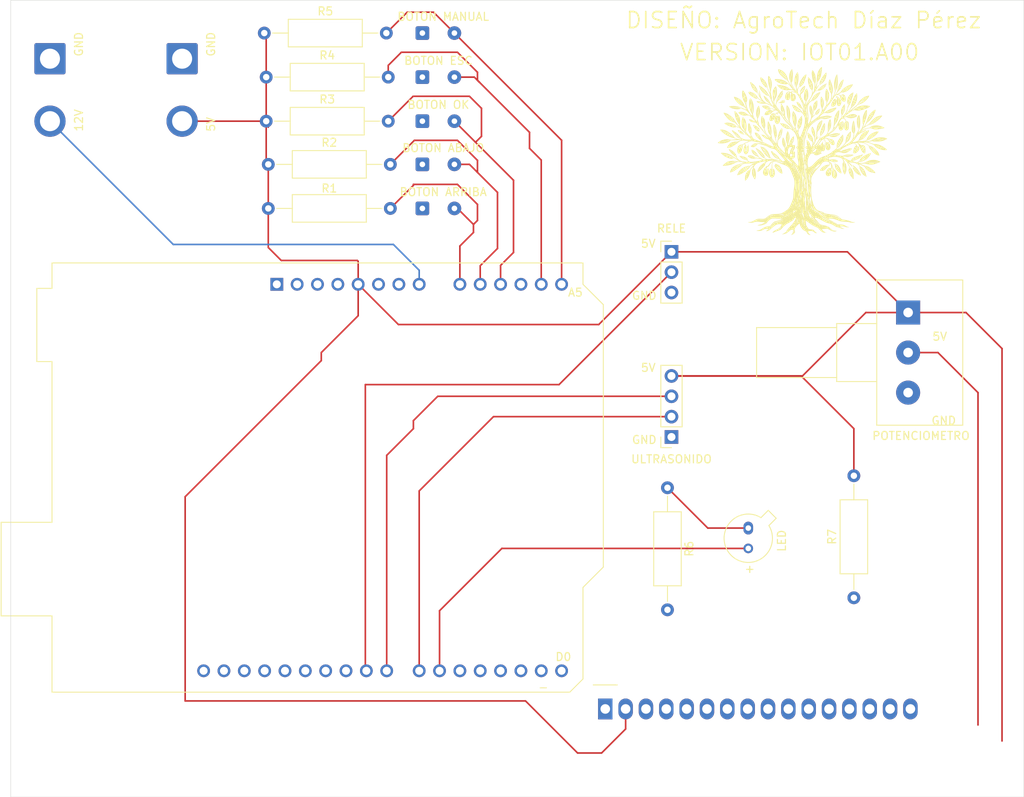
<source format=kicad_pcb>
(kicad_pcb (version 20240108) (generator "pcbnew") (generator_version "8.0")
  (layers (0 "F.Cu" signal) (31 "B.Cu" signal) (34 "B.Paste" user) (35 "F.Paste" user) (36 "B.SilkS" user "B.Silkscreen") (37 "F.SilkS" user "F.Silkscreen") (38 "B.Mask" user) (39 "F.Mask" user) (44 "Edge.Cuts" user))
  (net 0 "")
  (net 1 "GND")
  (net 3 "D6")
  (net 8 "D2")
  (net 10 "D7")
  (net 12 "+5V")
  (net 14 "D5")
  (net 15 "+12V")
  (net 18 "A0")
  (net 19 "D4")
  (net 21 "A2")
  (net 22 "A5")
  (net 23 "D8")
  (net 25 "A1")
  (net 26 "A4")
  (net 31 "D3")
  (net 32 "D9")
  (net 33 "Net-(D1-K)")
  (net 35 "Net-(DS1-LED(+))")
  (net 37 "D12")
  (net 39 "RPOT")
  (net 41 "D11")
  (footprint "Prueba_Fumigador1:Logo_Arbol" (layer "F.Cu") (at 122.725 43.5)
    (property "Reference" "G***" (at 0 0 360) (layer "F.SilkS") (effects (font (size 1.5 1.5) (thickness 0.3))))
    (property "Value" "LOGO" (hide yes))
  )
  (footprint "Resistor_THT:R_Axial_DIN0309_L9.0mm_D3.2mm_P15.24mm_Horizontal" (layer "F.Cu") (at 55.88 45)
    (property "Reference" "R2" (at 7.62 -2.72 360) (layer "F.SilkS"))
    (property "Value" "5k")
    (pad "1" thru_hole circle (at 0 0) (size 1.6 1.6) (drill 0.8) (layers "*.Cu" "*.Mask") (net 12 "+5V"))
    (pad "2" thru_hole oval (at 15.24 0) (size 1.6 1.6) (drill 0.8) (layers "*.Cu" "*.Mask") (net 25 "A1"))
  )
  (footprint "Resistor_THT:R_Axial_DIN0309_L9.0mm_D3.2mm_P15.24mm_Horizontal" (layer "F.Cu") (at 129 99.12 90)
    (property "Reference" "R7" (at 7.62 -2.72 90) (layer "F.SilkS"))
    (property "Value" "200")
    (pad "1" thru_hole circle (at 0 0 90) (size 1.6 1.6) (drill 0.8) (layers "*.Cu" "*.Mask") (net 35 "Net-(DS1-LED(+))"))
    (pad "2" thru_hole oval (at 15.24 0 90) (size 1.6 1.6) (drill 0.8) (layers "*.Cu" "*.Mask") (net 12 "+5V"))
  )
  (footprint "Connector_Wire:SolderWire-2sqmm_1x02_P7.8mm_D2mm_OD3.9mm" (layer "F.Cu") (at 28.62 31.805 -90)
    (property "Reference" "12V" (at 7.695 -3.605 90) (layer "F.SilkS"))
    (property "Value" "Conn_01x02")
    (pad "1" thru_hole roundrect (at 0 0 270) (size 3.9 3.9) (drill 2.5) (layers "*.Cu" "*.Mask") (roundrect_rratio 0.064103) (net 1 "GND"))
    (pad "2" thru_hole circle (at 7.8 0 270) (size 3.9 3.9) (drill 2.5) (layers "*.Cu" "*.Mask") (net 15 "+12V"))
  )
  (footprint "Potentiometer_THT:Potentiometer_Alps_RK163_Single_Horizontal" (layer "F.Cu") (at 135.775 63.5)
    (property "Reference" "POTENCIOMETRO" (at 1.605 15.395 360) (layer "F.SilkS"))
    (property "Value" "R_Potentiometer")
    (pad "1" thru_hole rect (at 0 0 180) (size 3 3) (drill 1.2) (layers "*.Cu" "*.Mask") (net 12 "+5V"))
    (pad "2" thru_hole circle (at 0 5 180) (size 3 3) (drill 1.2) (layers "*.Cu" "*.Mask") (net 39 "RPOT"))
    (pad "3" thru_hole circle (at 0 10 180) (size 3 3) (drill 1.2) (layers "*.Cu" "*.Mask") (net 1 "GND"))
  )
  (footprint "Connector_Wire:SolderWire-0.15sqmm_1x02_P4mm_D0.5mm_OD1.5mm" (layer "F.Cu") (at 75.12 39.605)
    (property "Reference" "BOTON OK" (at 2 -2.05 360) (layer "F.SilkS"))
    (property "Value" "SW3")
    (pad "1" thru_hole roundrect (at 0 0) (size 1.7 1.7) (drill 0.7) (layers "*.Cu" "*.Mask") (roundrect_rratio 0.147059) (net 1 "GND"))
    (pad "2" thru_hole circle (at 4 0) (size 1.7 1.7) (drill 0.7) (layers "*.Cu" "*.Mask") (net 21 "A2"))
  )
  (footprint "Module:Arduino_UNO_R3" (layer "F.Cu") (at 56.945 59.975)
    (property "Reference" "A5" (at 37.28 1.025 360) (layer "F.SilkS"))
    (property "Value" "Arduino_UNO_R3")
    (pad "1" thru_hole rect (at 0 0 90) (size 1.6 1.6) (drill 1) (layers "*.Cu" "*.Mask"))
    (pad "2" thru_hole oval (at 2.54 0 90) (size 1.6 1.6) (drill 1) (layers "*.Cu" "*.Mask"))
    (pad "3" thru_hole oval (at 5.08 0 90) (size 1.6 1.6) (drill 1) (layers "*.Cu" "*.Mask"))
    (pad "4" thru_hole oval (at 7.62 0 90) (size 1.6 1.6) (drill 1) (layers "*.Cu" "*.Mask"))
    (pad "5" thru_hole oval (at 10.16 0 90) (size 1.6 1.6) (drill 1) (layers "*.Cu" "*.Mask") (net 12 "+5V"))
    (pad "6" thru_hole oval (at 12.7 0 90) (size 1.6 1.6) (drill 1) (layers "*.Cu" "*.Mask"))
    (pad "7" thru_hole oval (at 15.24 0 90) (size 1.6 1.6) (drill 1) (layers "*.Cu" "*.Mask") (net 1 "GND"))
    (pad "8" thru_hole oval (at 17.78 0 90) (size 1.6 1.6) (drill 1) (layers "*.Cu" "*.Mask") (net 15 "+12V"))
    (pad "9" thru_hole oval (at 22.86 0 90) (size 1.6 1.6) (drill 1) (layers "*.Cu" "*.Mask") (net 18 "A0"))
    (pad "10" thru_hole oval (at 25.4 0 90) (size 1.6 1.6) (drill 1) (layers "*.Cu" "*.Mask") (net 25 "A1"))
    (pad "11" thru_hole oval (at 27.94 0 90) (size 1.6 1.6) (drill 1) (layers "*.Cu" "*.Mask") (net 21 "A2"))
    (pad "12" thru_hole oval (at 30.48 0 90) (size 1.6 1.6) (drill 1) (layers "*.Cu" "*.Mask"))
    (pad "13" thru_hole oval (at 33.02 0 90) (size 1.6 1.6) (drill 1) (layers "*.Cu" "*.Mask") (net 26 "A4"))
    (pad "14" thru_hole oval (at 35.56 0 90) (size 1.6 1.6) (drill 1) (layers "*.Cu" "*.Mask") (net 22 "A5"))
    (pad "15" thru_hole oval (at 35.56 48.26 90) (size 1.6 1.6) (drill 1) (layers "*.Cu" "*.Mask"))
    (pad "16" thru_hole oval (at 33.02 48.26 90) (size 1.6 1.6) (drill 1) (layers "*.Cu" "*.Mask"))
    (pad "17" thru_hole oval (at 30.48 48.26 90) (size 1.6 1.6) (drill 1) (layers "*.Cu" "*.Mask") (net 8 "D2"))
    (pad "18" thru_hole oval (at 27.94 48.26 90) (size 1.6 1.6) (drill 1) (layers "*.Cu" "*.Mask") (net 31 "D3"))
    (pad "19" thru_hole oval (at 25.4 48.26 90) (size 1.6 1.6) (drill 1) (layers "*.Cu" "*.Mask") (net 19 "D4"))
    (pad "20" thru_hole oval (at 22.86 48.26 90) (size 1.6 1.6) (drill 1) (layers "*.Cu" "*.Mask") (net 14 "D5"))
    (pad "21" thru_hole oval (at 20.32 48.26 90) (size 1.6 1.6) (drill 1) (layers "*.Cu" "*.Mask") (net 3 "D6"))
    (pad "22" thru_hole oval (at 17.78 48.26 90) (size 1.6 1.6) (drill 1) (layers "*.Cu" "*.Mask") (net 10 "D7"))
    (pad "23" thru_hole oval (at 13.72 48.26 90) (size 1.6 1.6) (drill 1) (layers "*.Cu" "*.Mask") (net 23 "D8"))
    (pad "24" thru_hole oval (at 11.18 48.26 90) (size 1.6 1.6) (drill 1) (layers "*.Cu" "*.Mask") (net 32 "D9"))
    (pad "25" thru_hole oval (at 8.64 48.26 90) (size 1.6 1.6) (drill 1) (layers "*.Cu" "*.Mask"))
    (pad "26" thru_hole oval (at 6.1 48.26 90) (size 1.6 1.6) (drill 1) (layers "*.Cu" "*.Mask"))
    (pad "27" thru_hole oval (at 3.56 48.26 90) (size 1.6 1.6) (drill 1) (layers "*.Cu" "*.Mask"))
    (pad "28" thru_hole oval (at 1.02 48.26 90) (size 1.6 1.6) (drill 1) (layers "*.Cu" "*.Mask"))
    (pad "29" thru_hole oval (at -1.52 48.26 90) (size 1.6 1.6) (drill 1) (layers "*.Cu" "*.Mask"))
    (pad "30" thru_hole oval (at -4.06 48.26 90) (size 1.6 1.6) (drill 1) (layers "*.Cu" "*.Mask"))
    (pad "31" thru_hole oval (at -6.6 48.26 90) (size 1.6 1.6) (drill 1) (layers "*.Cu" "*.Mask"))
    (pad "32" thru_hole oval (at -9.14 48.26 90) (size 1.6 1.6) (drill 1) (layers "*.Cu" "*.Mask"))
  )
  (footprint "Resistor_THT:R_Axial_DIN0309_L9.0mm_D3.2mm_P15.24mm_Horizontal" (layer "F.Cu") (at 55.62 39.605)
    (property "Reference" "R3" (at 7.62 -2.72 360) (layer "F.SilkS"))
    (property "Value" "5k")
    (pad "1" thru_hole circle (at 0 0) (size 1.6 1.6) (drill 0.8) (layers "*.Cu" "*.Mask") (net 12 "+5V"))
    (pad "2" thru_hole oval (at 15.24 0) (size 1.6 1.6) (drill 0.8) (layers "*.Cu" "*.Mask") (net 21 "A2"))
  )
  (footprint "Resistor_THT:R_Axial_DIN0309_L9.0mm_D3.2mm_P15.24mm_Horizontal" (layer "F.Cu") (at 55.88 50.5)
    (property "Reference" "R1" (at 7.62 -2.5 360) (layer "F.SilkS"))
    (property "Value" "5k")
    (pad "1" thru_hole circle (at 0 0) (size 1.6 1.6) (drill 0.8) (layers "*.Cu" "*.Mask") (net 12 "+5V"))
    (pad "2" thru_hole oval (at 15.24 0) (size 1.6 1.6) (drill 0.8) (layers "*.Cu" "*.Mask") (net 18 "A0"))
  )
  (footprint "Connector_PinHeader_2.54mm:PinHeader_1x03_P2.54mm_Vertical" (layer "F.Cu") (at 106.225 55.92)
    (property "Reference" "RELE" (at 0 -2.92 360) (layer "F.SilkS"))
    (property "Value" "Conn_01x03_Pin")
    (pad "1" thru_hole rect (at 0 0) (size 1.7 1.7) (drill 1) (layers "*.Cu" "*.Mask") (net 12 "+5V"))
    (pad "2" thru_hole oval (at 0 2.54) (size 1.7 1.7) (drill 1) (layers "*.Cu" "*.Mask") (net 32 "D9"))
    (pad "3" thru_hole oval (at 0 5.08) (size 1.7 1.7) (drill 1) (layers "*.Cu" "*.Mask") (net 1 "GND"))
  )
  (footprint "Connector_Wire:SolderWire-0.15sqmm_1x02_P4mm_D0.5mm_OD1.5mm" (layer "F.Cu") (at 75.12 28.605)
    (property "Reference" "BOTON MANUAL" (at 2.605 -2.05 360) (layer "F.SilkS"))
    (property "Value" "SW5")
    (pad "1" thru_hole roundrect (at 0 0) (size 1.7 1.7) (drill 0.7) (layers "*.Cu" "*.Mask") (roundrect_rratio 0.147059) (net 1 "GND"))
    (pad "2" thru_hole circle (at 4 0) (size 1.7 1.7) (drill 0.7) (layers "*.Cu" "*.Mask") (net 22 "A5"))
  )
  (footprint "Connector_Wire:SolderWire-0.15sqmm_1x02_P4mm_D0.5mm_OD1.5mm" (layer "F.Cu") (at 75.12 34.105)
    (property "Reference" "BOTON ESC" (at 2 -2.05 360) (layer "F.SilkS"))
    (property "Value" "SW4")
    (pad "1" thru_hole roundrect (at 0 0) (size 1.7 1.7) (drill 0.7) (layers "*.Cu" "*.Mask") (roundrect_rratio 0.147059) (net 1 "GND"))
    (pad "2" thru_hole circle (at 4 0) (size 1.7 1.7) (drill 0.7) (layers "*.Cu" "*.Mask") (net 26 "A4"))
  )
  (footprint "Connector_Wire:SolderWire-0.15sqmm_1x02_P4mm_D0.5mm_OD1.5mm" (layer "F.Cu") (at 75.12 45)
    (property "Reference" "BOTON ABAJO" (at 2.605 -2.05 360) (layer "F.SilkS"))
    (property "Value" "SW2")
    (pad "1" thru_hole roundrect (at 0 0) (size 1.7 1.7) (drill 0.7) (layers "*.Cu" "*.Mask") (roundrect_rratio 0.147059) (net 1 "GND"))
    (pad "2" thru_hole circle (at 4 0) (size 1.7 1.7) (drill 0.7) (layers "*.Cu" "*.Mask") (net 25 "A1"))
  )
  (footprint "Resistor_THT:R_Axial_DIN0309_L9.0mm_D3.2mm_P15.24mm_Horizontal" (layer "F.Cu") (at 55.38 28.605)
    (property "Reference" "R5" (at 7.62 -2.72 360) (layer "F.SilkS"))
    (property "Value" "5k")
    (pad "1" thru_hole circle (at 0 0) (size 1.6 1.6) (drill 0.8) (layers "*.Cu" "*.Mask") (net 12 "+5V"))
    (pad "2" thru_hole oval (at 15.24 0) (size 1.6 1.6) (drill 0.8) (layers "*.Cu" "*.Mask") (net 22 "A5"))
  )
  (footprint "Package_TO_SOT_THT:TO-18-2_Window" (layer "F.Cu") (at 115.815276 90.414724 -90)
    (property "Reference" "D1" (hide yes))
    (property "Value" "SFH460")
    (pad "1" thru_hole oval (at 0 0 270) (size 1.6 1.2) (drill 0.7) (layers "*.Cu" "*.Mask") (net 33 "Net-(D1-K)"))
    (pad "2" thru_hole oval (at 2.54 0 270) (size 1.2 1.2) (drill 0.7) (layers "*.Cu" "*.Mask") (net 3 "D6"))
  )
  (footprint "Connector_Wire:SolderWire-2sqmm_1x02_P7.8mm_D2mm_OD3.9mm" (layer "F.Cu") (at 45.12 31.805 -90)
    (property "Reference" "GND" (at -1.805 -3.605 90) (layer "F.SilkS"))
    (property "Value" "Conn_01x02")
    (pad "1" thru_hole roundrect (at 0 0 270) (size 3.9 3.9) (drill 2.5) (layers "*.Cu" "*.Mask") (roundrect_rratio 0.064103) (net 1 "GND"))
    (pad "2" thru_hole circle (at 7.8 0 270) (size 3.9 3.9) (drill 2.5) (layers "*.Cu" "*.Mask") (net 12 "+5V"))
  )
  (footprint "Resistor_THT:R_Axial_DIN0309_L9.0mm_D3.2mm_P15.24mm_Horizontal" (layer "F.Cu") (at 105.725 85.38 -90)
    (property "Reference" "R6" (at 7.62 -2.72 90) (layer "F.SilkS"))
    (property "Value" "200")
    (pad "1" thru_hole circle (at 0 0 270) (size 1.6 1.6) (drill 0.8) (layers "*.Cu" "*.Mask") (net 33 "Net-(D1-K)"))
    (pad "2" thru_hole oval (at 15.24 0 270) (size 1.6 1.6) (drill 0.8) (layers "*.Cu" "*.Mask") (net 1 "GND"))
  )
  (footprint "Connector_PinSocket_2.54mm:PinSocket_1x04_P2.54mm_Vertical" (layer "F.Cu") (at 106.225 79.04 180)
    (property "Reference" "ULTRASONIDO" (at 0 -2.77 360) (layer "F.SilkS"))
    (property "Value" "Conn_01x04_Socket")
    (pad "1" thru_hole rect (at 0 0 180) (size 1.7 1.7) (drill 1) (layers "*.Cu" "*.Mask") (net 1 "GND"))
    (pad "2" thru_hole oval (at 0 2.54 180) (size 1.7 1.7) (drill 1) (layers "*.Cu" "*.Mask") (net 10 "D7"))
    (pad "3" thru_hole oval (at 0 5.08 180) (size 1.7 1.7) (drill 1) (layers "*.Cu" "*.Mask") (net 23 "D8"))
    (pad "4" thru_hole oval (at 0 7.62 180) (size 1.7 1.7) (drill 1) (layers "*.Cu" "*.Mask") (net 12 "+5V"))
  )
  (footprint "Connector_Wire:SolderWire-0.15sqmm_1x02_P4mm_D0.5mm_OD1.5mm" (layer "F.Cu") (at 75.12 50.5)
    (property "Reference" "BOTON ARRIBA" (at 2.605 -2.05 360) (layer "F.SilkS"))
    (property "Value" "SW1")
    (pad "1" thru_hole roundrect (at 0 0) (size 1.7 1.7) (drill 0.7) (layers "*.Cu" "*.Mask") (roundrect_rratio 0.147059) (net 1 "GND"))
    (pad "2" thru_hole circle (at 4 0) (size 1.7 1.7) (drill 0.7) (layers "*.Cu" "*.Mask") (net 18 "A0"))
  )
  (footprint "Resistor_THT:R_Axial_DIN0309_L9.0mm_D3.2mm_P15.24mm_Horizontal" (layer "F.Cu") (at 55.62 34.105)
    (property "Reference" "R4" (at 7.62 -2.72 360) (layer "F.SilkS"))
    (property "Value" "5k")
    (pad "1" thru_hole circle (at 0 0) (size 1.6 1.6) (drill 0.8) (layers "*.Cu" "*.Mask") (net 12 "+5V"))
    (pad "2" thru_hole oval (at 15.24 0) (size 1.6 1.6) (drill 0.8) (layers "*.Cu" "*.Mask") (net 26 "A4"))
  )
  (footprint "Display:WC1602A" (layer "F.Cu") (at 97.96 113)
    (property "Reference" "DS1" (hide yes))
    (property "Value" "WC1602A" (hide yes))
    (pad "1" thru_hole rect (at 0 0) (size 1.8 2.6) (drill 1.2) (layers "*.Cu" "*.Mask") (net 1 "GND"))
    (pad "2" thru_hole oval (at 2.54 0) (size 1.8 2.6) (drill 1.2) (layers "*.Cu" "*.Mask") (net 12 "+5V"))
    (pad "3" thru_hole oval (at 5.08 0) (size 1.8 2.6) (drill 1.2) (layers "*.Cu" "*.Mask") (net 39 "RPOT"))
    (pad "4" thru_hole oval (at 7.62 0) (size 1.8 2.6) (drill 1.2) (layers "*.Cu" "*.Mask") (net 37 "D12"))
    (pad "5" thru_hole oval (at 10.16 0) (size 1.8 2.6) (drill 1.2) (layers "*.Cu" "*.Mask") (net 1 "GND"))
    (pad "6" thru_hole oval (at 12.7 0) (size 1.8 2.6) (drill 1.2) (layers "*.Cu" "*.Mask") (net 41 "D11"))
    (pad "7" thru_hole oval (at 15.24 0) (size 1.8 2.6) (drill 1.2) (layers "*.Cu" "*.Mask"))
    (pad "8" thru_hole oval (at 17.78 0) (size 1.8 2.6) (drill 1.2) (layers "*.Cu" "*.Mask"))
    (pad "9" thru_hole oval (at 20.32 0) (size 1.8 2.6) (drill 1.2) (layers "*.Cu" "*.Mask"))
    (pad "10" thru_hole oval (at 22.86 0) (size 1.8 2.6) (drill 1.2) (layers "*.Cu" "*.Mask"))
    (pad "11" thru_hole oval (at 25.4 0) (size 1.8 2.6) (drill 1.2) (layers "*.Cu" "*.Mask") (net 14 "D5"))
    (pad "12" thru_hole oval (at 27.94 0) (size 1.8 2.6) (drill 1.2) (layers "*.Cu" "*.Mask") (net 19 "D4"))
    (pad "13" thru_hole oval (at 30.48 0) (size 1.8 2.6) (drill 1.2) (layers "*.Cu" "*.Mask") (net 31 "D3"))
    (pad "14" thru_hole oval (at 33.02 0) (size 1.8 2.6) (drill 1.2) (layers "*.Cu" "*.Mask") (net 8 "D2"))
    (pad "15" thru_hole oval (at 35.56 0) (size 1.8 2.6) (drill 1.2) (layers "*.Cu" "*.Mask") (net 35 "Net-(DS1-LED(+))"))
    (pad "16" thru_hole oval (at 38.1 0) (size 1.8 2.6) (drill 1.2) (layers "*.Cu" "*.Mask") (net 1 "GND"))
  )
  (gr_rect (start 23.725 24.5) (end 150.225 124) (stroke (width 0.05)) (fill none) (layer "Edge.Cuts"))
  (gr_text "DISEÑO: AgroTech Díaz Pérez" (at 122.725 27 0) (layer "F.SilkS") (effects (font (size 2 2) (thickness 0.2))))
  (gr_text "5V" (at 48.725 40 90) (layer "F.SilkS") (effects (font (size 1 1))))
  (gr_text "VERSION: IOT01.A00" (at 122.225 31 0) (layer "F.SilkS") (effects (font (size 2 2) (thickness 0.2))))
  (gr_text "GND" (at 32.225 30 90) (layer "F.SilkS") (effects (font (size 1 1))))
  (gr_text "LED" (at 120 92 90) (layer "F.SilkS") (effects (font (size 1 1))))
  (gr_text "D0" (at 92.725 106.5 0) (layer "F.SilkS") (effects (font (size 1 1))))
  (gr_text "GND" (at 102.83 61.395 0) (layer "F.SilkS") (effects (font (size 1 1))))
  (gr_text "GND" (at 140.225 77 0) (layer "F.SilkS") (effects (font (size 1 1))))
  (gr_text "5V" (at 103.33 70.395 0) (layer "F.SilkS") (effects (font (size 1 1))))
  (gr_text "5V" (at 139.725 66.5 0) (layer "F.SilkS") (effects (font (size 1 1))))
  (gr_text "5V" (at 103.33 54.895 0) (layer "F.SilkS") (effects (font (size 1 1))))
  (gr_text "GND" (at 102.83 79.395 0) (layer "F.SilkS") (effects (font (size 1 1))))
  (gr_text "+" (at 116 95.5 0) (layer "F.SilkS") (effects (font (size 1 1))))
  (segment (start 75.12 50.5) (end 75.12 50.605) (width 0.2) (layer "B.Cu") (net 1))
  (segment (start 115.815276 92.954724) (end 85.045276 92.954724) (width 0.2) (layer "F.Cu") (net 3))
  (segment (start 77.265 100.735) (end 77.265 108.235) (width 0.2) (layer "F.Cu") (net 3))
  (segment (start 85.045276 92.954724) (end 77.265 100.735) (width 0.2) (layer "F.Cu") (net 3))
  (segment (start 74.725 85.775) (end 74.725 108.235) (width 0.2) (layer "F.Cu") (net 10))
  (segment (start 106.225 76.5) (end 84 76.5) (width 0.2) (layer "F.Cu") (net 10))
  (segment (start 84 76.5) (end 74.725 85.775) (width 0.2) (layer "F.Cu") (net 10))
  (segment (start 67.105 59.975) (end 67.105 63.895) (width 0.2) (layer "F.Cu") (net 12))
  (segment (start 62.5 68.5) (end 62.5 69.5) (width 0.2) (layer "F.Cu") (net 12))
  (segment (start 94.5 118.5) (end 97.5 118.5) (width 0.2) (layer "F.Cu") (net 12))
  (segment (start 57.5 57) (end 67 57) (width 0.2) (layer "F.Cu") (net 12))
  (segment (start 55.62 40.105) (end 55.88 40.365) (width 0.2) (layer "F.Cu") (net 12))
  (segment (start 55.88 45) (end 55.88 50.5) (width 0.2) (layer "F.Cu") (net 12))
  (segment (start 55.62 39.605) (end 55.62 44.74) (width 0.2) (layer "F.Cu") (net 12))
  (segment (start 130.5 63.5) (end 122.58 71.42) (width 0.2) (layer "F.Cu") (net 12))
  (segment (start 45.12 39.605) (end 55.62 39.605) (width 0.2) (layer "F.Cu") (net 12))
  (segment (start 129 83.88) (end 129 78) (width 0.2) (layer "F.Cu") (net 12))
  (segment (start 100.5 115.5) (end 100.5 113) (width 0.2) (layer "F.Cu") (net 12))
  (segment (start 55.62 34.105) (end 55.62 28.845) (width 0.2) (layer "F.Cu") (net 12))
  (segment (start 67.105 57.105) (end 67.105 59.975) (width 0.2) (layer "F.Cu") (net 12))
  (segment (start 55.88 50.5) (end 55.88 55.38) (width 0.2) (layer "F.Cu") (net 12))
  (segment (start 143 63.5) (end 147.5 68) (width 0.2) (layer "F.Cu") (net 12))
  (segment (start 97.145 65) (end 106.225 55.92) (width 0.2) (layer "F.Cu") (net 12))
  (segment (start 129 78) (end 122.42 71.42) (width 0.2) (layer "F.Cu") (net 12))
  (segment (start 122.42 71.42) (end 106.225 71.42) (width 0.2) (layer "F.Cu") (net 12))
  (segment (start 128.195 55.92) (end 135.775 63.5) (width 0.2) (layer "F.Cu") (net 12))
  (segment (start 55.62 39.605) (end 55.62 40.105) (width 0.2) (layer "F.Cu") (net 12))
  (segment (start 122.58 71.42) (end 106.225 71.42) (width 0.2) (layer "F.Cu") (net 12))
  (segment (start 135.775 63.5) (end 130.5 63.5) (width 0.2) (layer "F.Cu") (net 12))
  (segment (start 88 112) (end 94.5 118.5) (width 0.2) (layer "F.Cu") (net 12))
  (segment (start 55.88 55.38) (end 57.5 57) (width 0.2) (layer "F.Cu") (net 12))
  (segment (start 135.775 63.5) (end 143 63.5) (width 0.2) (layer "F.Cu") (net 12))
  (segment (start 55.62 44.74) (end 55.88 45) (width 0.2) (layer "F.Cu") (net 12))
  (segment (start 45.5 86.5) (end 45.5 112) (width 0.2) (layer "F.Cu") (net 12))
  (segment (start 67.105 63.895) (end 62.5 68.5) (width 0.2) (layer "F.Cu") (net 12))
  (segment (start 45.12 39.605) (end 45.62 40.105) (width 0.2) (layer "F.Cu") (net 12))
  (segment (start 62.5 69.5) (end 45.5 86.5) (width 0.2) (layer "F.Cu") (net 12))
  (segment (start 55.62 28.845) (end 55.38 28.605) (width 0.2) (layer "F.Cu") (net 12))
  (segment (start 55.62 39.605) (end 55.62 34.105) (width 0.2) (layer "F.Cu") (net 12))
  (segment (start 45.5 112) (end 88 112) (width 0.2) (layer "F.Cu") (net 12))
  (segment (start 106.225 55.92) (end 128.195 55.92) (width 0.2) (layer "F.Cu") (net 12))
  (segment (start 67.105 59.975) (end 72.13 65) (width 0.2) (layer "F.Cu") (net 12))
  (segment (start 97.5 118.5) (end 100.5 115.5) (width 0.2) (layer "F.Cu") (net 12))
  (segment (start 67 57) (end 67.105 57.105) (width 0.2) (layer "F.Cu") (net 12))
  (segment (start 147.5 68) (end 147.5 117) (width 0.2) (layer "F.Cu") (net 12))
  (segment (start 55.38 33.865) (end 55.62 34.105) (width 0.2) (layer "F.Cu") (net 12))
  (segment (start 72.13 65) (end 97.145 65) (width 0.2) (layer "F.Cu") (net 12))
  (segment (start 44.015 55) (end 71.5 55) (width 0.2) (layer "B.Cu") (net 15))
  (segment (start 28.62 39.605) (end 44.015 55) (width 0.2) (layer "B.Cu") (net 15))
  (segment (start 71.5 55) (end 74.725 58.225) (width 0.2) (layer "B.Cu") (net 15))
  (segment (start 74.725 58.225) (end 74.725 59.975) (width 0.2) (layer "B.Cu") (net 15))
  (segment (start 79.805 55.195) (end 79.805 59.975) (width 0.2) (layer "F.Cu") (net 18))
  (segment (start 74 47.62) (end 74 47.5) (width 0.2) (layer "F.Cu") (net 18))
  (segment (start 79.5 50.5) (end 80.75 51.75) (width 0.2) (layer "F.Cu") (net 18))
  (segment (start 80.75 51.75) (end 81.5 52.5) (width 0.2) (layer "F.Cu") (net 18))
  (segment (start 81.5 52.5) (end 81.5 53.5) (width 0.2) (layer "F.Cu") (net 18))
  (segment (start 74 47.5) (end 79.5 47.5) (width 0.2) (layer "F.Cu") (net 18))
  (segment (start 79.5 47.5) (end 82 50) (width 0.2) (layer "F.Cu") (net 18))
  (segment (start 82 52) (end 81.5 52.5) (width 0.2) (layer "F.Cu") (net 18))
  (segment (start 79.12 50.5) (end 79.5 50.5) (width 0.2) (layer "F.Cu") (net 18))
  (segment (start 81.5 53.5) (end 79.805 55.195) (width 0.2) (layer "F.Cu") (net 18))
  (segment (start 82 50) (end 82 52) (width 0.2) (layer "F.Cu") (net 18))
  (segment (start 71.12 50.5) (end 74 47.62) (width 0.2) (layer "F.Cu") (net 18))
  (segment (start 86.5 46.985) (end 86.5 56) (width 0.2) (layer "F.Cu") (net 21))
  (segment (start 86.5 56) (end 84.885 57.615) (width 0.2) (layer "F.Cu") (net 21))
  (segment (start 81 36.5) (end 82.5 38) (width 0.2) (layer "F.Cu") (net 21))
  (segment (start 82.5 41.5) (end 81.7575 42.2425) (width 0.2) (layer "F.Cu") (net 21))
  (segment (start 84.885 57.615) (end 84.885 59.975) (width 0.2) (layer "F.Cu") (net 21))
  (segment (start 81.7575 42.2425) (end 86.5 46.985) (width 0.2) (layer "F.Cu") (net 21))
  (segment (start 70.86 39.605) (end 73.965 36.5) (width 0.2) (layer "F.Cu") (net 21))
  (segment (start 82.5 38) (end 82.5 41.5) (width 0.2) (layer "F.Cu") (net 21))
  (segment (start 79.12 39.605) (end 81.7575 42.2425) (width 0.2) (layer "F.Cu") (net 21))
  (segment (start 73.965 36.5) (end 81 36.5) (width 0.2) (layer "F.Cu") (net 21))
  (segment (start 76.515 26) (end 79.12 28.605) (width 0.2) (layer "F.Cu") (net 22))
  (segment (start 79.12 28.605) (end 92.505 41.99) (width 0.2) (layer "F.Cu") (net 22))
  (segment (start 70.62 28.605) (end 73.225 26) (width 0.2) (layer "F.Cu") (net 22))
  (segment (start 73.225 26) (end 76.515 26) (width 0.2) (layer "F.Cu") (net 22))
  (segment (start 92.505 41.99) (end 92.505 59.975) (width 0.2) (layer "F.Cu") (net 22))
  (segment (start 77.04 73.96) (end 74 77) (width 0.2) (layer "F.Cu") (net 23))
  (segment (start 74 77) (end 74 78) (width 0.2) (layer "F.Cu") (net 23))
  (segment (start 74 78) (end 70.665 81.335) (width 0.2) (layer "F.Cu") (net 23))
  (segment (start 70.665 81.335) (end 70.665 108.235) (width 0.2) (layer "F.Cu") (net 23))
  (segment (start 106.225 73.96) (end 77.04 73.96) (width 0.2) (layer "F.Cu") (net 23))
  (segment (start 84.5 55.5) (end 82.345 57.655) (width 0.2) (layer "F.Cu") (net 25))
  (segment (start 79.12 45) (end 81 45) (width 0.2) (layer "F.Cu") (net 25))
  (segment (start 71.62 44.605) (end 71.515 44.605) (width 0.2) (layer "F.Cu") (net 25))
  (segment (start 79.12 45) (end 79.515 44.605) (width 0.2) (layer "F.Cu") (net 25))
  (segment (start 82.345 57.655) (end 82.345 59.975) (width 0.2) (layer "F.Cu") (net 25))
  (segment (start 71.12 45) (end 74.12 42) (width 0.2) (layer "F.Cu") (net 25))
  (segment (start 84.5 48.5) (end 84.5 55.5) (width 0.2) (layer "F.Cu") (net 25))
  (segment (start 82 44.5) (end 82 46) (width 0.2) (layer "F.Cu") (net 25))
  (segment (start 81 45) (end 82 46) (width 0.2) (layer "F.Cu") (net 25))
  (segment (start 79.5 42) (end 82 44.5) (width 0.2) (layer "F.Cu") (net 25))
  (segment (start 74.12 42) (end 79.5 42) (width 0.2) (layer "F.Cu") (net 25))
  (segment (start 82 46) (end 84.5 48.5) (width 0.2) (layer "F.Cu") (net 25))
  (segment (start 82 34.5) (end 82.25 34.75) (width 0.2) (layer "F.Cu") (net 26))
  (segment (start 82 33.5) (end 82 34.5) (width 0.2) (layer "F.Cu") (net 26))
  (segment (start 88.5 41) (end 88.5 43) (width 0.2) (layer "F.Cu") (net 26))
  (segment (start 88.5 43) (end 89.965 44.465) (width 0.2) (layer "F.Cu") (net 26))
  (segment (start 72.5 31) (end 79.5 31) (width 0.2) (layer "F.Cu") (net 26))
  (segment (start 70.86 32.64) (end 72.5 31) (width 0.2) (layer "F.Cu") (net 26))
  (segment (start 82.25 34.75) (end 88.5 41) (width 0.2) (layer "F.Cu") (net 26))
  (segment (start 79.5 31) (end 82 33.5) (width 0.2) (layer "F.Cu") (net 26))
  (segment (start 81.605 34.105) (end 82.25 34.75) (width 0.2) (layer "F.Cu") (net 26))
  (segment (start 89.965 44.465) (end 89.965 59.975) (width 0.2) (layer "F.Cu") (net 26))
  (segment (start 70.86 34.105) (end 70.86 32.64) (width 0.2) (layer "F.Cu") (net 26))
  (segment (start 79.12 34.105) (end 81.605 34.105) (width 0.2) (layer "F.Cu") (net 26))
  (segment (start 106.225 58.46) (end 92.185 72.5) (width 0.2) (layer "F.Cu") (net 32))
  (segment (start 68 108.11) (end 68.125 108.235) (width 0.2) (layer "F.Cu") (net 32))
  (segment (start 68 72.5) (end 68 108.11) (width 0.2) (layer "F.Cu") (net 32))
  (segment (start 92.185 72.5) (end 68 72.5) (width 0.2) (layer "F.Cu") (net 32))
  (segment (start 110.759724 90.414724) (end 105.725 85.38) (width 0.2) (layer "F.Cu") (net 33))
  (segment (start 115.815276 90.414724) (end 110.759724 90.414724) (width 0.2) (layer "F.Cu") (net 33))
  (segment (start 144.5 73.5) (end 144.5 115) (width 0.2) (layer "F.Cu") (net 39))
  (segment (start 139.5 68.5) (end 144.5 73.5) (width 0.2) (layer "F.Cu") (net 39))
  (segment (start 135.775 68.5) (end 139.5 68.5) (width 0.2) (layer "F.Cu") (net 39))
)
</source>
